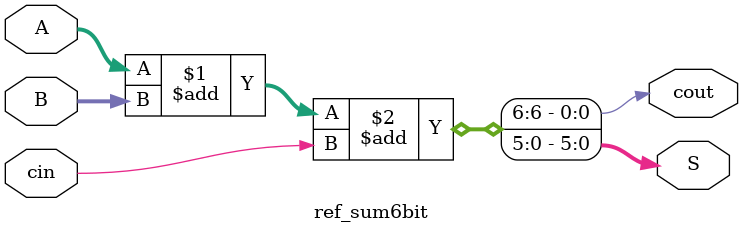
<source format=v>
module ref_sum6bit (
    input  wire [5:0] A,
    input  wire [5:0] B,
    input  wire       cin,
    output wire [5:0] S,
    output wire       cout
);
    assign {cout, S} = A + B + cin;
endmodule


</source>
